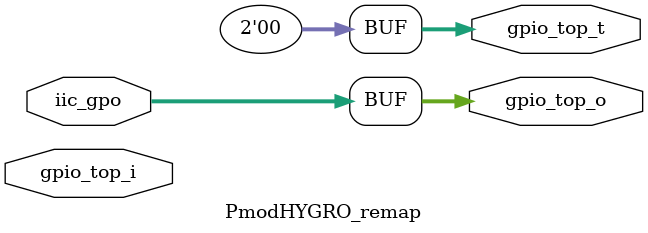
<source format=v>
`timescale 1ns / 1ps

module PmodHYGRO_remap ( 
    (* X_INTERFACE_INFO = "xilinx.com:interface:gpio:1.0 GPIO_TOP TRI_I" *)
    (* X_INTERFACE_PARAMETER = "MODE Master" *)
    input wire [1:0] gpio_top_i,
    (* X_INTERFACE_INFO = "xilinx.com:interface:gpio:1.0 GPIO_TOP TRI_O" *)
    output wire [1:0] gpio_top_o,
    (* X_INTERFACE_INFO = "xilinx.com:interface:gpio:1.0 GPIO_TOP TRI_T" *)
    output wire [1:0] gpio_top_t,
    
	input wire [1:0] iic_gpo
);
	assign gpio_top_t = 2'b0;
	assign gpio_top_o = iic_gpo;
endmodule

</source>
